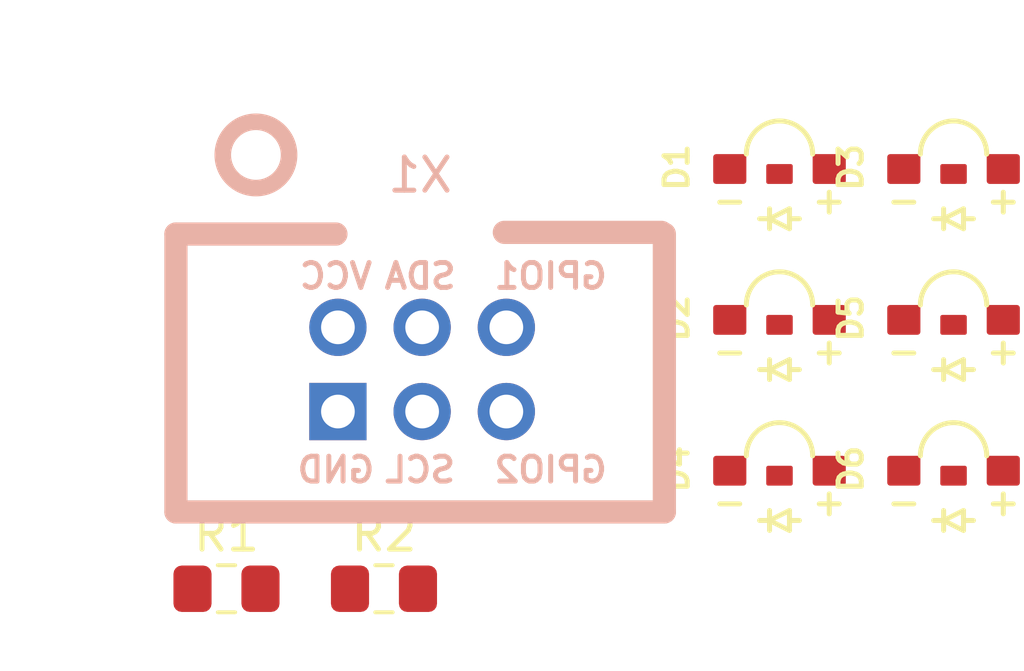
<source format=kicad_pcb>
(kicad_pcb (version 20171130) (host pcbnew 5.1.2-f72e74a~84~ubuntu16.04.1)

  (general
    (thickness 1.6)
    (drawings 0)
    (tracks 0)
    (zones 0)
    (modules 9)
    (nets 9)
  )

  (page A4)
  (layers
    (0 F.Cu signal)
    (31 B.Cu signal)
    (32 B.Adhes user)
    (33 F.Adhes user)
    (34 B.Paste user)
    (35 F.Paste user)
    (36 B.SilkS user)
    (37 F.SilkS user)
    (38 B.Mask user)
    (39 F.Mask user)
    (40 Dwgs.User user)
    (41 Cmts.User user)
    (42 Eco1.User user)
    (43 Eco2.User user)
    (44 Edge.Cuts user)
    (45 Margin user)
    (46 B.CrtYd user)
    (47 F.CrtYd user)
    (48 B.Fab user)
    (49 F.Fab user)
  )

  (setup
    (last_trace_width 0.25)
    (trace_clearance 0.2)
    (zone_clearance 0.508)
    (zone_45_only no)
    (trace_min 0.2)
    (via_size 0.8)
    (via_drill 0.4)
    (via_min_size 0.4)
    (via_min_drill 0.3)
    (uvia_size 0.3)
    (uvia_drill 0.1)
    (uvias_allowed no)
    (uvia_min_size 0.2)
    (uvia_min_drill 0.1)
    (edge_width 0.05)
    (segment_width 0.2)
    (pcb_text_width 0.3)
    (pcb_text_size 1.5 1.5)
    (mod_edge_width 0.12)
    (mod_text_size 1 1)
    (mod_text_width 0.15)
    (pad_size 1.524 1.524)
    (pad_drill 0.762)
    (pad_to_mask_clearance 0.051)
    (solder_mask_min_width 0.25)
    (aux_axis_origin 0 0)
    (visible_elements FFFFFF7F)
    (pcbplotparams
      (layerselection 0x010fc_ffffffff)
      (usegerberextensions false)
      (usegerberattributes false)
      (usegerberadvancedattributes false)
      (creategerberjobfile false)
      (excludeedgelayer true)
      (linewidth 0.100000)
      (plotframeref false)
      (viasonmask false)
      (mode 1)
      (useauxorigin false)
      (hpglpennumber 1)
      (hpglpenspeed 20)
      (hpglpendiameter 15.000000)
      (psnegative false)
      (psa4output false)
      (plotreference true)
      (plotvalue true)
      (plotinvisibletext false)
      (padsonsilk false)
      (subtractmaskfromsilk false)
      (outputformat 1)
      (mirror false)
      (drillshape 1)
      (scaleselection 1)
      (outputdirectory ""))
  )

  (net 0 "")
  (net 1 GND)
  (net 2 "Net-(D1-Pad2)")
  (net 3 "Net-(D4-Pad2)")
  (net 4 VCC)
  (net 5 "Net-(X1-Pad5)")
  (net 6 "Net-(X1-Pad6)")
  (net 7 "Net-(X1-Pad3)")
  (net 8 "Net-(X1-Pad4)")

  (net_class Default "This is the default net class."
    (clearance 0.2)
    (trace_width 0.25)
    (via_dia 0.8)
    (via_drill 0.4)
    (uvia_dia 0.3)
    (uvia_drill 0.1)
    (add_net GND)
    (add_net "Net-(D1-Pad2)")
    (add_net "Net-(D4-Pad2)")
    (add_net "Net-(X1-Pad3)")
    (add_net "Net-(X1-Pad4)")
    (add_net "Net-(X1-Pad5)")
    (add_net "Net-(X1-Pad6)")
    (add_net VCC)
  )

  (module Kirby_SAO:1204_SIDE_VIEW_LED (layer F.Cu) (tedit 5CE464C6) (tstamp 5CE5F426)
    (at 108.805001 49.125001)
    (path /5CDF5510)
    (fp_text reference D1 (at -3.1 0 90) (layer F.SilkS)
      (effects (font (size 0.7 0.7) (thickness 0.15)))
    )
    (fp_text value LED (at 0 -4.2) (layer F.Fab)
      (effects (font (size 1 1) (thickness 0.15)))
    )
    (fp_arc (start 0 -0.4) (end 1 -0.4) (angle -180) (layer F.SilkS) (width 0.15))
    (fp_line (start 0.3 1.25) (end 0.3 1.85) (layer F.SilkS) (width 0.15))
    (fp_line (start 0.3 1.85) (end -0.3 1.55) (layer F.SilkS) (width 0.15))
    (fp_line (start -0.3 1.55) (end 0.3 1.25) (layer F.SilkS) (width 0.15))
    (fp_line (start 0.3 1.55) (end 0.6 1.55) (layer F.SilkS) (width 0.15))
    (fp_line (start -0.3 1.25) (end -0.3 1.85) (layer F.SilkS) (width 0.15))
    (fp_line (start -0.3 1.55) (end -0.6 1.55) (layer F.SilkS) (width 0.15))
    (fp_line (start -2.1 0.6) (end 2.1 0.6) (layer F.CrtYd) (width 0.05))
    (fp_line (start 2.1 0.6) (end 2.1 -1.6) (layer F.CrtYd) (width 0.05))
    (fp_line (start 2.1 -1.6) (end -2.1 -1.6) (layer F.CrtYd) (width 0.05))
    (fp_line (start -2.1 -1.6) (end -2.1 0.6) (layer F.CrtYd) (width 0.05))
    (fp_line (start -1.8 1.05) (end -1.2 1.05) (layer F.SilkS) (width 0.15))
    (fp_line (start 1.5 0.75) (end 1.5 1.35) (layer F.SilkS) (width 0.15))
    (fp_line (start 1.2 1.05) (end 1.8 1.05) (layer F.SilkS) (width 0.15))
    (pad 1 smd roundrect (at -1.5 0.05) (size 1 0.9) (layers F.Cu F.Paste F.Mask) (roundrect_rratio 0.1)
      (net 1 GND))
    (pad 2 smd roundrect (at 1.5 0.05) (size 1 0.9) (layers F.Cu F.Paste F.Mask) (roundrect_rratio 0.1)
      (net 2 "Net-(D1-Pad2)"))
    (pad "" smd roundrect (at 0 0.2) (size 0.8 0.6) (layers F.Cu F.Paste F.Mask) (roundrect_rratio 0.1))
    (model ${KIPRJMOD}/1UP_SAO.pretty/STEP-WL-SMSW-1204-rev1.stp
      (at (xyz 0 0 0))
      (scale (xyz 1 1 1))
      (rotate (xyz 90 -180 0))
    )
  )

  (module Kirby_SAO:1204_SIDE_VIEW_LED (layer F.Cu) (tedit 5CE464C6) (tstamp 5CE5F43B)
    (at 108.805001 53.675001)
    (path /5CDF7644)
    (fp_text reference D2 (at -3.1 0 90) (layer F.SilkS)
      (effects (font (size 0.7 0.7) (thickness 0.15)))
    )
    (fp_text value LED (at 0 -4.2) (layer F.Fab)
      (effects (font (size 1 1) (thickness 0.15)))
    )
    (fp_line (start 1.2 1.05) (end 1.8 1.05) (layer F.SilkS) (width 0.15))
    (fp_line (start 1.5 0.75) (end 1.5 1.35) (layer F.SilkS) (width 0.15))
    (fp_line (start -1.8 1.05) (end -1.2 1.05) (layer F.SilkS) (width 0.15))
    (fp_line (start -2.1 -1.6) (end -2.1 0.6) (layer F.CrtYd) (width 0.05))
    (fp_line (start 2.1 -1.6) (end -2.1 -1.6) (layer F.CrtYd) (width 0.05))
    (fp_line (start 2.1 0.6) (end 2.1 -1.6) (layer F.CrtYd) (width 0.05))
    (fp_line (start -2.1 0.6) (end 2.1 0.6) (layer F.CrtYd) (width 0.05))
    (fp_line (start -0.3 1.55) (end -0.6 1.55) (layer F.SilkS) (width 0.15))
    (fp_line (start -0.3 1.25) (end -0.3 1.85) (layer F.SilkS) (width 0.15))
    (fp_line (start 0.3 1.55) (end 0.6 1.55) (layer F.SilkS) (width 0.15))
    (fp_line (start -0.3 1.55) (end 0.3 1.25) (layer F.SilkS) (width 0.15))
    (fp_line (start 0.3 1.85) (end -0.3 1.55) (layer F.SilkS) (width 0.15))
    (fp_line (start 0.3 1.25) (end 0.3 1.85) (layer F.SilkS) (width 0.15))
    (fp_arc (start 0 -0.4) (end 1 -0.4) (angle -180) (layer F.SilkS) (width 0.15))
    (pad "" smd roundrect (at 0 0.2) (size 0.8 0.6) (layers F.Cu F.Paste F.Mask) (roundrect_rratio 0.1))
    (pad 2 smd roundrect (at 1.5 0.05) (size 1 0.9) (layers F.Cu F.Paste F.Mask) (roundrect_rratio 0.1)
      (net 2 "Net-(D1-Pad2)"))
    (pad 1 smd roundrect (at -1.5 0.05) (size 1 0.9) (layers F.Cu F.Paste F.Mask) (roundrect_rratio 0.1)
      (net 1 GND))
    (model ${KIPRJMOD}/1UP_SAO.pretty/STEP-WL-SMSW-1204-rev1.stp
      (at (xyz 0 0 0))
      (scale (xyz 1 1 1))
      (rotate (xyz 90 -180 0))
    )
  )

  (module Kirby_SAO:1204_SIDE_VIEW_LED (layer F.Cu) (tedit 5CE464C6) (tstamp 5CE5F450)
    (at 114.055001 49.125001)
    (path /5CDFCAD5)
    (fp_text reference D3 (at -3.1 0 90) (layer F.SilkS)
      (effects (font (size 0.7 0.7) (thickness 0.15)))
    )
    (fp_text value LED (at 0 -4.2) (layer F.Fab)
      (effects (font (size 1 1) (thickness 0.15)))
    )
    (fp_arc (start 0 -0.4) (end 1 -0.4) (angle -180) (layer F.SilkS) (width 0.15))
    (fp_line (start 0.3 1.25) (end 0.3 1.85) (layer F.SilkS) (width 0.15))
    (fp_line (start 0.3 1.85) (end -0.3 1.55) (layer F.SilkS) (width 0.15))
    (fp_line (start -0.3 1.55) (end 0.3 1.25) (layer F.SilkS) (width 0.15))
    (fp_line (start 0.3 1.55) (end 0.6 1.55) (layer F.SilkS) (width 0.15))
    (fp_line (start -0.3 1.25) (end -0.3 1.85) (layer F.SilkS) (width 0.15))
    (fp_line (start -0.3 1.55) (end -0.6 1.55) (layer F.SilkS) (width 0.15))
    (fp_line (start -2.1 0.6) (end 2.1 0.6) (layer F.CrtYd) (width 0.05))
    (fp_line (start 2.1 0.6) (end 2.1 -1.6) (layer F.CrtYd) (width 0.05))
    (fp_line (start 2.1 -1.6) (end -2.1 -1.6) (layer F.CrtYd) (width 0.05))
    (fp_line (start -2.1 -1.6) (end -2.1 0.6) (layer F.CrtYd) (width 0.05))
    (fp_line (start -1.8 1.05) (end -1.2 1.05) (layer F.SilkS) (width 0.15))
    (fp_line (start 1.5 0.75) (end 1.5 1.35) (layer F.SilkS) (width 0.15))
    (fp_line (start 1.2 1.05) (end 1.8 1.05) (layer F.SilkS) (width 0.15))
    (pad 1 smd roundrect (at -1.5 0.05) (size 1 0.9) (layers F.Cu F.Paste F.Mask) (roundrect_rratio 0.1)
      (net 1 GND))
    (pad 2 smd roundrect (at 1.5 0.05) (size 1 0.9) (layers F.Cu F.Paste F.Mask) (roundrect_rratio 0.1)
      (net 2 "Net-(D1-Pad2)"))
    (pad "" smd roundrect (at 0 0.2) (size 0.8 0.6) (layers F.Cu F.Paste F.Mask) (roundrect_rratio 0.1))
    (model ${KIPRJMOD}/1UP_SAO.pretty/STEP-WL-SMSW-1204-rev1.stp
      (at (xyz 0 0 0))
      (scale (xyz 1 1 1))
      (rotate (xyz 90 -180 0))
    )
  )

  (module Kirby_SAO:1204_SIDE_VIEW_LED (layer F.Cu) (tedit 5CE464C6) (tstamp 5CE5F465)
    (at 108.805001 58.225001)
    (path /5CE0217D)
    (fp_text reference D4 (at -3.1 0 90) (layer F.SilkS)
      (effects (font (size 0.7 0.7) (thickness 0.15)))
    )
    (fp_text value LED (at 0 -4.2) (layer F.Fab)
      (effects (font (size 1 1) (thickness 0.15)))
    )
    (fp_line (start 1.2 1.05) (end 1.8 1.05) (layer F.SilkS) (width 0.15))
    (fp_line (start 1.5 0.75) (end 1.5 1.35) (layer F.SilkS) (width 0.15))
    (fp_line (start -1.8 1.05) (end -1.2 1.05) (layer F.SilkS) (width 0.15))
    (fp_line (start -2.1 -1.6) (end -2.1 0.6) (layer F.CrtYd) (width 0.05))
    (fp_line (start 2.1 -1.6) (end -2.1 -1.6) (layer F.CrtYd) (width 0.05))
    (fp_line (start 2.1 0.6) (end 2.1 -1.6) (layer F.CrtYd) (width 0.05))
    (fp_line (start -2.1 0.6) (end 2.1 0.6) (layer F.CrtYd) (width 0.05))
    (fp_line (start -0.3 1.55) (end -0.6 1.55) (layer F.SilkS) (width 0.15))
    (fp_line (start -0.3 1.25) (end -0.3 1.85) (layer F.SilkS) (width 0.15))
    (fp_line (start 0.3 1.55) (end 0.6 1.55) (layer F.SilkS) (width 0.15))
    (fp_line (start -0.3 1.55) (end 0.3 1.25) (layer F.SilkS) (width 0.15))
    (fp_line (start 0.3 1.85) (end -0.3 1.55) (layer F.SilkS) (width 0.15))
    (fp_line (start 0.3 1.25) (end 0.3 1.85) (layer F.SilkS) (width 0.15))
    (fp_arc (start 0 -0.4) (end 1 -0.4) (angle -180) (layer F.SilkS) (width 0.15))
    (pad "" smd roundrect (at 0 0.2) (size 0.8 0.6) (layers F.Cu F.Paste F.Mask) (roundrect_rratio 0.1))
    (pad 2 smd roundrect (at 1.5 0.05) (size 1 0.9) (layers F.Cu F.Paste F.Mask) (roundrect_rratio 0.1)
      (net 3 "Net-(D4-Pad2)"))
    (pad 1 smd roundrect (at -1.5 0.05) (size 1 0.9) (layers F.Cu F.Paste F.Mask) (roundrect_rratio 0.1)
      (net 1 GND))
    (model ${KIPRJMOD}/1UP_SAO.pretty/STEP-WL-SMSW-1204-rev1.stp
      (at (xyz 0 0 0))
      (scale (xyz 1 1 1))
      (rotate (xyz 90 -180 0))
    )
  )

  (module Kirby_SAO:1204_SIDE_VIEW_LED (layer F.Cu) (tedit 5CE464C6) (tstamp 5CE5F47A)
    (at 114.055001 53.675001)
    (path /5CE02187)
    (fp_text reference D5 (at -3.1 0 90) (layer F.SilkS)
      (effects (font (size 0.7 0.7) (thickness 0.15)))
    )
    (fp_text value LED (at 0 -4.2) (layer F.Fab)
      (effects (font (size 1 1) (thickness 0.15)))
    )
    (fp_arc (start 0 -0.4) (end 1 -0.4) (angle -180) (layer F.SilkS) (width 0.15))
    (fp_line (start 0.3 1.25) (end 0.3 1.85) (layer F.SilkS) (width 0.15))
    (fp_line (start 0.3 1.85) (end -0.3 1.55) (layer F.SilkS) (width 0.15))
    (fp_line (start -0.3 1.55) (end 0.3 1.25) (layer F.SilkS) (width 0.15))
    (fp_line (start 0.3 1.55) (end 0.6 1.55) (layer F.SilkS) (width 0.15))
    (fp_line (start -0.3 1.25) (end -0.3 1.85) (layer F.SilkS) (width 0.15))
    (fp_line (start -0.3 1.55) (end -0.6 1.55) (layer F.SilkS) (width 0.15))
    (fp_line (start -2.1 0.6) (end 2.1 0.6) (layer F.CrtYd) (width 0.05))
    (fp_line (start 2.1 0.6) (end 2.1 -1.6) (layer F.CrtYd) (width 0.05))
    (fp_line (start 2.1 -1.6) (end -2.1 -1.6) (layer F.CrtYd) (width 0.05))
    (fp_line (start -2.1 -1.6) (end -2.1 0.6) (layer F.CrtYd) (width 0.05))
    (fp_line (start -1.8 1.05) (end -1.2 1.05) (layer F.SilkS) (width 0.15))
    (fp_line (start 1.5 0.75) (end 1.5 1.35) (layer F.SilkS) (width 0.15))
    (fp_line (start 1.2 1.05) (end 1.8 1.05) (layer F.SilkS) (width 0.15))
    (pad 1 smd roundrect (at -1.5 0.05) (size 1 0.9) (layers F.Cu F.Paste F.Mask) (roundrect_rratio 0.1)
      (net 1 GND))
    (pad 2 smd roundrect (at 1.5 0.05) (size 1 0.9) (layers F.Cu F.Paste F.Mask) (roundrect_rratio 0.1)
      (net 3 "Net-(D4-Pad2)"))
    (pad "" smd roundrect (at 0 0.2) (size 0.8 0.6) (layers F.Cu F.Paste F.Mask) (roundrect_rratio 0.1))
    (model ${KIPRJMOD}/1UP_SAO.pretty/STEP-WL-SMSW-1204-rev1.stp
      (at (xyz 0 0 0))
      (scale (xyz 1 1 1))
      (rotate (xyz 90 -180 0))
    )
  )

  (module Kirby_SAO:1204_SIDE_VIEW_LED (layer F.Cu) (tedit 5CE464C6) (tstamp 5CE5F48F)
    (at 114.055001 58.225001)
    (path /5CE02191)
    (fp_text reference D6 (at -3.1 0 90) (layer F.SilkS)
      (effects (font (size 0.7 0.7) (thickness 0.15)))
    )
    (fp_text value LED (at 0 -4.2) (layer F.Fab)
      (effects (font (size 1 1) (thickness 0.15)))
    )
    (fp_line (start 1.2 1.05) (end 1.8 1.05) (layer F.SilkS) (width 0.15))
    (fp_line (start 1.5 0.75) (end 1.5 1.35) (layer F.SilkS) (width 0.15))
    (fp_line (start -1.8 1.05) (end -1.2 1.05) (layer F.SilkS) (width 0.15))
    (fp_line (start -2.1 -1.6) (end -2.1 0.6) (layer F.CrtYd) (width 0.05))
    (fp_line (start 2.1 -1.6) (end -2.1 -1.6) (layer F.CrtYd) (width 0.05))
    (fp_line (start 2.1 0.6) (end 2.1 -1.6) (layer F.CrtYd) (width 0.05))
    (fp_line (start -2.1 0.6) (end 2.1 0.6) (layer F.CrtYd) (width 0.05))
    (fp_line (start -0.3 1.55) (end -0.6 1.55) (layer F.SilkS) (width 0.15))
    (fp_line (start -0.3 1.25) (end -0.3 1.85) (layer F.SilkS) (width 0.15))
    (fp_line (start 0.3 1.55) (end 0.6 1.55) (layer F.SilkS) (width 0.15))
    (fp_line (start -0.3 1.55) (end 0.3 1.25) (layer F.SilkS) (width 0.15))
    (fp_line (start 0.3 1.85) (end -0.3 1.55) (layer F.SilkS) (width 0.15))
    (fp_line (start 0.3 1.25) (end 0.3 1.85) (layer F.SilkS) (width 0.15))
    (fp_arc (start 0 -0.4) (end 1 -0.4) (angle -180) (layer F.SilkS) (width 0.15))
    (pad "" smd roundrect (at 0 0.2) (size 0.8 0.6) (layers F.Cu F.Paste F.Mask) (roundrect_rratio 0.1))
    (pad 2 smd roundrect (at 1.5 0.05) (size 1 0.9) (layers F.Cu F.Paste F.Mask) (roundrect_rratio 0.1)
      (net 3 "Net-(D4-Pad2)"))
    (pad 1 smd roundrect (at -1.5 0.05) (size 1 0.9) (layers F.Cu F.Paste F.Mask) (roundrect_rratio 0.1)
      (net 1 GND))
    (model ${KIPRJMOD}/1UP_SAO.pretty/STEP-WL-SMSW-1204-rev1.stp
      (at (xyz 0 0 0))
      (scale (xyz 1 1 1))
      (rotate (xyz 90 -180 0))
    )
  )

  (module Resistor_SMD:R_0805_2012Metric_Pad1.15x1.40mm_HandSolder (layer F.Cu) (tedit 5B36C52B) (tstamp 5CE5F4A0)
    (at 92.125001 61.835001)
    (descr "Resistor SMD 0805 (2012 Metric), square (rectangular) end terminal, IPC_7351 nominal with elongated pad for handsoldering. (Body size source: https://docs.google.com/spreadsheets/d/1BsfQQcO9C6DZCsRaXUlFlo91Tg2WpOkGARC1WS5S8t0/edit?usp=sharing), generated with kicad-footprint-generator")
    (tags "resistor handsolder")
    (path /5CDF516E)
    (attr smd)
    (fp_text reference R1 (at 0 -1.65) (layer F.SilkS)
      (effects (font (size 1 1) (thickness 0.15)))
    )
    (fp_text value 51R (at 0 1.65) (layer F.Fab)
      (effects (font (size 1 1) (thickness 0.15)))
    )
    (fp_line (start -1 0.6) (end -1 -0.6) (layer F.Fab) (width 0.1))
    (fp_line (start -1 -0.6) (end 1 -0.6) (layer F.Fab) (width 0.1))
    (fp_line (start 1 -0.6) (end 1 0.6) (layer F.Fab) (width 0.1))
    (fp_line (start 1 0.6) (end -1 0.6) (layer F.Fab) (width 0.1))
    (fp_line (start -0.261252 -0.71) (end 0.261252 -0.71) (layer F.SilkS) (width 0.12))
    (fp_line (start -0.261252 0.71) (end 0.261252 0.71) (layer F.SilkS) (width 0.12))
    (fp_line (start -1.85 0.95) (end -1.85 -0.95) (layer F.CrtYd) (width 0.05))
    (fp_line (start -1.85 -0.95) (end 1.85 -0.95) (layer F.CrtYd) (width 0.05))
    (fp_line (start 1.85 -0.95) (end 1.85 0.95) (layer F.CrtYd) (width 0.05))
    (fp_line (start 1.85 0.95) (end -1.85 0.95) (layer F.CrtYd) (width 0.05))
    (fp_text user %R (at 0 0) (layer F.Fab)
      (effects (font (size 0.5 0.5) (thickness 0.08)))
    )
    (pad 1 smd roundrect (at -1.025 0) (size 1.15 1.4) (layers F.Cu F.Paste F.Mask) (roundrect_rratio 0.217391)
      (net 4 VCC))
    (pad 2 smd roundrect (at 1.025 0) (size 1.15 1.4) (layers F.Cu F.Paste F.Mask) (roundrect_rratio 0.217391)
      (net 2 "Net-(D1-Pad2)"))
    (model ${KISYS3DMOD}/Resistor_SMD.3dshapes/R_0805_2012Metric.wrl
      (at (xyz 0 0 0))
      (scale (xyz 1 1 1))
      (rotate (xyz 0 0 0))
    )
  )

  (module Resistor_SMD:R_0805_2012Metric_Pad1.15x1.40mm_HandSolder (layer F.Cu) (tedit 5B36C52B) (tstamp 5CE5F4B1)
    (at 96.875001 61.835001)
    (descr "Resistor SMD 0805 (2012 Metric), square (rectangular) end terminal, IPC_7351 nominal with elongated pad for handsoldering. (Body size source: https://docs.google.com/spreadsheets/d/1BsfQQcO9C6DZCsRaXUlFlo91Tg2WpOkGARC1WS5S8t0/edit?usp=sharing), generated with kicad-footprint-generator")
    (tags "resistor handsolder")
    (path /5CE02173)
    (attr smd)
    (fp_text reference R2 (at 0 -1.65) (layer F.SilkS)
      (effects (font (size 1 1) (thickness 0.15)))
    )
    (fp_text value 51R (at 0 1.65) (layer F.Fab)
      (effects (font (size 1 1) (thickness 0.15)))
    )
    (fp_text user %R (at 0 0) (layer F.Fab)
      (effects (font (size 0.5 0.5) (thickness 0.08)))
    )
    (fp_line (start 1.85 0.95) (end -1.85 0.95) (layer F.CrtYd) (width 0.05))
    (fp_line (start 1.85 -0.95) (end 1.85 0.95) (layer F.CrtYd) (width 0.05))
    (fp_line (start -1.85 -0.95) (end 1.85 -0.95) (layer F.CrtYd) (width 0.05))
    (fp_line (start -1.85 0.95) (end -1.85 -0.95) (layer F.CrtYd) (width 0.05))
    (fp_line (start -0.261252 0.71) (end 0.261252 0.71) (layer F.SilkS) (width 0.12))
    (fp_line (start -0.261252 -0.71) (end 0.261252 -0.71) (layer F.SilkS) (width 0.12))
    (fp_line (start 1 0.6) (end -1 0.6) (layer F.Fab) (width 0.1))
    (fp_line (start 1 -0.6) (end 1 0.6) (layer F.Fab) (width 0.1))
    (fp_line (start -1 -0.6) (end 1 -0.6) (layer F.Fab) (width 0.1))
    (fp_line (start -1 0.6) (end -1 -0.6) (layer F.Fab) (width 0.1))
    (pad 2 smd roundrect (at 1.025 0) (size 1.15 1.4) (layers F.Cu F.Paste F.Mask) (roundrect_rratio 0.217391)
      (net 3 "Net-(D4-Pad2)"))
    (pad 1 smd roundrect (at -1.025 0) (size 1.15 1.4) (layers F.Cu F.Paste F.Mask) (roundrect_rratio 0.217391)
      (net 4 VCC))
    (model ${KISYS3DMOD}/Resistor_SMD.3dshapes/R_0805_2012Metric.wrl
      (at (xyz 0 0 0))
      (scale (xyz 1 1 1))
      (rotate (xyz 0 0 0))
    )
  )

  (module Kirby_SAO:Badgelife-SAOv169-SAO-2x3 (layer F.Cu) (tedit 5CE02EFF) (tstamp 5CE5F4C8)
    (at 97.966001 55.200001)
    (descr "Through hole straight IDC box header, 2x03, 2.54mm pitch, double rows")
    (tags "Through hole IDC box header THT 2x03 2.54mm double row")
    (path /5CE60527)
    (fp_text reference X1 (at 0 -5.842) (layer B.SilkS)
      (effects (font (size 1 1) (thickness 0.15)) (justify mirror))
    )
    (fp_text value Badgelife_sao_connector_v169bis (at 0 -7.7) (layer F.Fab)
      (effects (font (size 1 1) (thickness 0.15)))
    )
    (fp_text user %R (at 0.06 0.02 270) (layer F.Fab)
      (effects (font (size 1 1) (thickness 0.15)))
    )
    (fp_line (start -2.54 -4.064) (end -7.366 -4.064) (layer B.SilkS) (width 0.7))
    (fp_line (start 7.27964 -4.1148) (end 2.54 -4.1148) (layer B.SilkS) (width 0.7))
    (fp_line (start -7.366 -4.064) (end -7.366 4.318) (layer B.SilkS) (width 0.7))
    (fp_line (start -7.366 4.318) (end 7.366 4.318) (layer B.SilkS) (width 0.7))
    (fp_line (start 7.366 4.318) (end 7.366 -4.064) (layer B.SilkS) (width 0.7))
    (fp_text user VCC (at -2.54 -2.794 unlocked) (layer B.SilkS)
      (effects (font (size 0.75 0.75) (thickness 0.15)) (justify mirror))
    )
    (fp_text user SDA (at 0 -2.794 unlocked) (layer B.SilkS)
      (effects (font (size 0.75 0.75) (thickness 0.15)) (justify mirror))
    )
    (fp_text user GPIO1 (at 3.937 -2.794 unlocked) (layer B.SilkS)
      (effects (font (size 0.75 0.75) (thickness 0.15)) (justify mirror))
    )
    (fp_text user GND (at -2.54 3.048 unlocked) (layer B.SilkS)
      (effects (font (size 0.75 0.75) (thickness 0.15)) (justify mirror))
    )
    (fp_text user SCL (at 0 3.048) (layer B.SilkS)
      (effects (font (size 0.75 0.75) (thickness 0.15)) (justify mirror))
    )
    (fp_text user GPIO2 (at 3.937 3.048) (layer B.SilkS)
      (effects (font (size 0.75 0.75) (thickness 0.15)) (justify mirror))
    )
    (fp_circle (center -4.953 -6.45) (end -3.953 -6.45) (layer B.SilkS) (width 0.5))
    (pad 5 thru_hole circle (at 2.6 -1.25 270) (size 1.7272 1.7272) (drill 1.016) (layers *.Cu *.Mask)
      (net 5 "Net-(X1-Pad5)"))
    (pad 6 thru_hole circle (at 2.6 1.29 270) (size 1.7272 1.7272) (drill 1.016) (layers *.Cu *.Mask)
      (net 6 "Net-(X1-Pad6)"))
    (pad 3 thru_hole oval (at 0.06 -1.25 270) (size 1.7272 1.7272) (drill 1.016) (layers *.Cu *.Mask)
      (net 7 "Net-(X1-Pad3)"))
    (pad 4 thru_hole oval (at 0.06 1.29 270) (size 1.7272 1.7272) (drill 1.016) (layers *.Cu *.Mask)
      (net 8 "Net-(X1-Pad4)"))
    (pad 1 thru_hole oval (at -2.48 -1.25 270) (size 1.7272 1.7272) (drill 1.016) (layers *.Cu *.Mask)
      (net 4 VCC))
    (pad 2 thru_hole rect (at -2.48 1.29 270) (size 1.7272 1.7272) (drill 1.016) (layers *.Cu *.Mask)
      (net 1 GND))
    (model ${KISYS3DMOD}/Connector_IDC.3dshapes/IDC-Header_2x03_P2.54mm_Vertical.wrl
      (offset (xyz -2.5 1.2 -1.6))
      (scale (xyz 1 1 1))
      (rotate (xyz 180 0 90))
    )
  )

)

</source>
